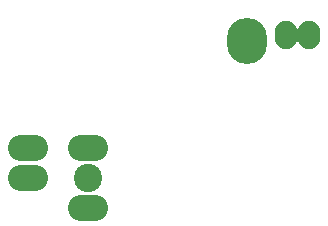
<source format=gbr>
%TF.GenerationSoftware,KiCad,Pcbnew,(6.0.5)*%
%TF.CreationDate,2022-06-14T23:06:24-04:00*%
%TF.ProjectId,1bp-m3,3162702d-6d33-42e6-9b69-6361645f7063,A*%
%TF.SameCoordinates,Original*%
%TF.FileFunction,Soldermask,Bot*%
%TF.FilePolarity,Negative*%
%FSLAX46Y46*%
G04 Gerber Fmt 4.6, Leading zero omitted, Abs format (unit mm)*
G04 Created by KiCad (PCBNEW (6.0.5)) date 2022-06-14 23:06:24*
%MOMM*%
%LPD*%
G01*
G04 APERTURE LIST*
%ADD10C,2.400000*%
%ADD11O,3.400000X2.200000*%
%ADD12O,1.900000X2.400000*%
%ADD13O,3.400000X3.900000*%
G04 APERTURE END LIST*
D10*
X123000000Y-93040000D03*
D11*
X117920000Y-90500000D03*
X123000000Y-90500000D03*
X117920000Y-93040000D03*
X123000000Y-95580000D03*
D12*
X141750000Y-81000000D03*
X139750000Y-81000000D03*
D13*
X136500000Y-81500000D03*
G36*
X140629307Y-80388719D02*
G01*
X140633312Y-80396496D01*
X140633453Y-80396848D01*
X140633805Y-80398046D01*
X140635298Y-80400371D01*
X140635393Y-80400536D01*
X140638200Y-80405985D01*
X140638706Y-80406010D01*
X140639306Y-80406610D01*
X140671400Y-80456570D01*
X140734391Y-80485354D01*
X140802948Y-80475511D01*
X140855451Y-80430036D01*
X140861576Y-80418191D01*
X140863260Y-80417112D01*
X140865037Y-80418031D01*
X140865189Y-80419904D01*
X140846385Y-80463357D01*
X140807193Y-80650960D01*
X140802000Y-80750048D01*
X140802000Y-81249895D01*
X140821374Y-81440623D01*
X140874379Y-81609767D01*
X140873943Y-81611719D01*
X140872035Y-81612317D01*
X140870693Y-81611281D01*
X140866688Y-81603504D01*
X140866547Y-81603152D01*
X140866195Y-81601954D01*
X140864702Y-81599629D01*
X140864607Y-81599464D01*
X140861800Y-81594015D01*
X140861294Y-81593990D01*
X140860694Y-81593390D01*
X140828600Y-81543430D01*
X140765609Y-81514646D01*
X140697052Y-81524489D01*
X140644549Y-81569964D01*
X140638424Y-81581809D01*
X140636740Y-81582888D01*
X140634963Y-81581969D01*
X140634811Y-81580096D01*
X140653615Y-81536643D01*
X140692807Y-81349040D01*
X140698000Y-81249952D01*
X140698000Y-80750104D01*
X140678626Y-80559377D01*
X140625621Y-80390233D01*
X140626057Y-80388281D01*
X140627965Y-80387683D01*
X140629307Y-80388719D01*
G37*
M02*

</source>
